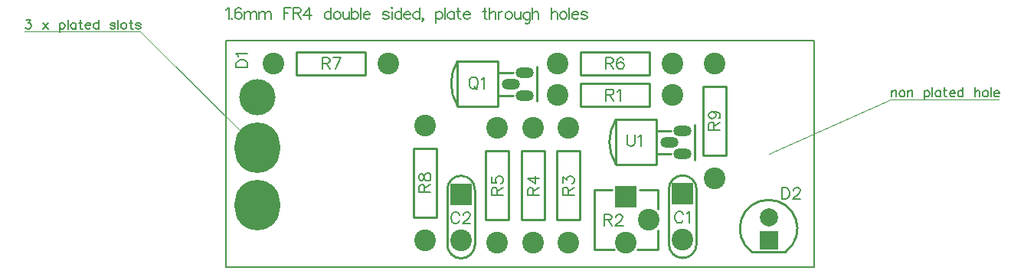
<source format=gbr>
G04 DipTrace 3.3.1.3*
G04 crowbar-revA-TopAssy.gbr*
%MOMM*%
G04 #@! TF.FileFunction,Drawing,Top*
G04 #@! TF.Part,Single*
%ADD10C,0.254*%
%ADD11C,0.1524*%
%ADD13C,0.0381*%
G04 #@! TA.AperFunction,ComponentPad*
%ADD19C,2.4*%
%ADD20R,2.4X2.4*%
%ADD21C,4.0*%
%ADD22O,5.0X5.6*%
%ADD23C,2.0*%
%ADD24R,2.0X2.0*%
%ADD25O,2.0X1.2*%
%ADD26C,2.4*%
%ADD50C,0.19608*%
%ADD52C,0.13889*%
%ADD53C,0.15686*%
%FSLAX35Y35*%
G04*
G71*
G90*
G75*
G01*
G04 TopAssy*
%LPD*%
X5202400Y858495D2*
D10*
Y249505D1*
X4897600Y858495D2*
Y249505D1*
G03X5202400Y249505I152400J-304D01*
G01*
Y858495D2*
G03X4897600Y858495I-152400J304D01*
G01*
D19*
X5050000Y300000D3*
D20*
Y808000D3*
X2752400Y854495D2*
D10*
Y245505D1*
X2447600Y854495D2*
Y245505D1*
G03X2752400Y245505I152400J-304D01*
G01*
Y854495D2*
G03X2447600Y854495I-152400J304D01*
G01*
D19*
X2600000Y296000D3*
D20*
Y804000D3*
D21*
X349976Y1880000D3*
D22*
Y680000D3*
Y1320000D3*
X6190342Y169017D2*
D10*
X5809658D1*
X6191104Y169588D2*
G03X5808896Y169588I-191104J253481D01*
G01*
D23*
X6000000Y550000D3*
D24*
Y296000D3*
X2559961Y1783000D2*
D10*
G02X2559961Y2273000I393378J245000D01*
G01*
X3434995Y2215100D2*
Y1830900D1*
X2559961Y1773000D2*
X3010000D1*
Y2273000D1*
X2559961D1*
Y1773000D1*
X3173024Y1896000D2*
X3010000D1*
X3173024Y2150000D2*
X3010000D1*
D25*
X3300013Y1896000D3*
X3150013Y2023000D3*
X3300013Y2150000D3*
X4681275Y1773000D2*
D10*
X3918725D1*
Y2027000D2*
Y1773000D1*
X4681275Y2027000D2*
X3918725D1*
X4681275D2*
Y1773000D1*
D19*
X3665000Y1900000D3*
D26*
X4935000D3*
X4570003Y850018D2*
D10*
X4774979D1*
Y639979D1*
Y400021D2*
Y189982D1*
X4550004D1*
X4290012D2*
X4075000D1*
Y509977D1*
Y850018D1*
X4270012D1*
D20*
X4423000Y774000D3*
D26*
X4677000Y520000D3*
X4423000Y266000D3*
X3912000Y1281275D2*
D10*
Y518725D1*
X3658000D2*
X3912000D1*
X3658000Y1281275D2*
Y518725D1*
Y1281275D2*
X3912000D1*
D19*
X3785000Y265000D3*
D26*
Y1535000D3*
X3273000Y518725D2*
D10*
Y1281275D1*
X3527000D2*
X3273000D1*
X3527000Y518725D2*
Y1281275D1*
Y518725D2*
X3273000D1*
D19*
X3400000Y1535000D3*
D26*
Y265000D3*
X3127000Y1281275D2*
D10*
Y518725D1*
X2873000D2*
X3127000D1*
X2873000Y1281275D2*
Y518725D1*
Y1281275D2*
X3127000D1*
D19*
X3000000Y265000D3*
D26*
Y1535000D3*
X3918725Y2377000D2*
D10*
X4681275D1*
Y2123000D2*
Y2377000D1*
X3918725Y2123000D2*
X4681275D1*
X3918725D2*
Y2377000D1*
D19*
X4935000Y2250000D3*
D26*
X3665000D3*
X778725Y2377000D2*
D10*
X1541275D1*
Y2123000D2*
Y2377000D1*
X778725Y2123000D2*
X1541275D1*
X778725D2*
Y2377000D1*
D19*
X1795000Y2250000D3*
D26*
X525000D3*
X2327000Y1311275D2*
D10*
Y548725D1*
X2073000D2*
X2327000D1*
X2073000Y1311275D2*
Y548725D1*
Y1311275D2*
X2327000D1*
D19*
X2200000Y295000D3*
D26*
Y1565000D3*
X5273000Y1233725D2*
D10*
Y1996275D1*
X5527000D2*
X5273000D1*
X5527000Y1233725D2*
Y1996275D1*
Y1233725D2*
X5273000D1*
D19*
X5400000Y2250000D3*
D26*
Y980000D3*
X4309961Y1137000D2*
D10*
G02X4309961Y1627000I393378J245000D01*
G01*
X5184995Y1569100D2*
Y1184900D1*
X4309961Y1127000D2*
X4760000D1*
Y1627000D1*
X4309961D1*
Y1127000D1*
X4923024Y1250000D2*
X4760000D1*
X4923024Y1504000D2*
X4760000D1*
D25*
X5050013Y1250000D3*
X4900013Y1377000D3*
X5050013Y1504000D3*
X6000000Y1250000D2*
D13*
X7350000Y1850000D1*
X8541228D1*
X349976Y1320000D2*
X-950000Y2600000D1*
X-2225385D1*
X7357843Y1949074D2*
D53*
Y1881015D1*
Y1929645D2*
X7372443Y1944245D1*
X7382214Y1949074D1*
X7396702D1*
X7406472Y1944245D1*
X7411302Y1929645D1*
Y1881015D1*
X7466933Y1949074D2*
X7457274Y1944245D1*
X7447503Y1934474D1*
X7442674Y1919874D1*
Y1910215D1*
X7447503Y1895615D1*
X7457274Y1885957D1*
X7466933Y1881015D1*
X7481533D1*
X7491303Y1885957D1*
X7500962Y1895615D1*
X7505903Y1910215D1*
Y1919874D1*
X7500962Y1934474D1*
X7491303Y1944245D1*
X7481533Y1949074D1*
X7466933D1*
X7537276D2*
Y1881015D1*
Y1929645D2*
X7551876Y1944245D1*
X7561647Y1949074D1*
X7576134D1*
X7585905Y1944245D1*
X7590734Y1929645D1*
Y1881015D1*
X7720864Y1949074D2*
Y1846986D1*
Y1934474D2*
X7730635Y1944132D1*
X7740293Y1949074D1*
X7754893D1*
X7764664Y1944132D1*
X7774323Y1934474D1*
X7779264Y1919874D1*
Y1910103D1*
X7774323Y1895615D1*
X7764664Y1885845D1*
X7754893Y1881015D1*
X7740293D1*
X7730635Y1885845D1*
X7720864Y1895615D1*
X7810637Y1983103D2*
Y1881015D1*
X7900297Y1949074D2*
Y1881015D1*
Y1934474D2*
X7890638Y1944245D1*
X7880868Y1949074D1*
X7866380D1*
X7856609Y1944245D1*
X7846951Y1934474D1*
X7842009Y1919874D1*
Y1910215D1*
X7846951Y1895615D1*
X7856609Y1885957D1*
X7866380Y1881015D1*
X7880868D1*
X7890638Y1885957D1*
X7900297Y1895615D1*
X7946269Y1983103D2*
Y1900445D1*
X7951099Y1885957D1*
X7960869Y1881015D1*
X7970528D1*
X7931669Y1949074D2*
X7965699D1*
X8001900Y1919874D2*
X8060188D1*
Y1929645D1*
X8055359Y1939415D1*
X8050530Y1944245D1*
X8040759Y1949074D1*
X8026159D1*
X8016500Y1944245D1*
X8006730Y1934474D1*
X8001900Y1919874D1*
Y1910215D1*
X8006730Y1895615D1*
X8016500Y1885957D1*
X8026159Y1881015D1*
X8040759D1*
X8050530Y1885957D1*
X8060188Y1895615D1*
X8149848Y1983103D2*
Y1881015D1*
Y1934474D2*
X8140190Y1944245D1*
X8130419Y1949074D1*
X8115819D1*
X8106161Y1944245D1*
X8096390Y1934474D1*
X8091561Y1919874D1*
Y1910215D1*
X8096390Y1895615D1*
X8106161Y1885957D1*
X8115819Y1881015D1*
X8130419D1*
X8140190Y1885957D1*
X8149848Y1895615D1*
X8279978Y1983103D2*
Y1881015D1*
Y1929645D2*
X8294578Y1944245D1*
X8304349Y1949074D1*
X8318949D1*
X8328607Y1944245D1*
X8333437Y1929645D1*
Y1881015D1*
X8389068Y1949074D2*
X8379409Y1944245D1*
X8369638Y1934474D1*
X8364809Y1919874D1*
Y1910215D1*
X8369638Y1895615D1*
X8379409Y1885957D1*
X8389068Y1881015D1*
X8403668D1*
X8413438Y1885957D1*
X8423097Y1895615D1*
X8428038Y1910215D1*
Y1919874D1*
X8423097Y1934474D1*
X8413438Y1944245D1*
X8403668Y1949074D1*
X8389068D1*
X8459411Y1983103D2*
Y1881015D1*
X8490783Y1919874D2*
X8549071D1*
Y1929645D1*
X8544242Y1939415D1*
X8539413Y1944245D1*
X8529642Y1949074D1*
X8515042D1*
X8505383Y1944245D1*
X8495613Y1934474D1*
X8490783Y1919874D1*
Y1910215D1*
X8495613Y1895615D1*
X8505383Y1885957D1*
X8515042Y1881015D1*
X8529642D1*
X8539413Y1885957D1*
X8549071Y1895615D1*
X-2207771Y2732991D2*
X-2154425D1*
X-2183513Y2694132D1*
X-2168913D1*
X-2159254Y2689303D1*
X-2154425Y2684474D1*
X-2149484Y2669874D1*
Y2660215D1*
X-2154425Y2645615D1*
X-2164084Y2635845D1*
X-2178684Y2631015D1*
X-2193284D1*
X-2207771Y2635845D1*
X-2212600Y2640786D1*
X-2217542Y2650445D1*
X-2019354Y2699074D2*
X-1965895Y2631015D1*
Y2699074D2*
X-2019354Y2631015D1*
X-1835766Y2699074D2*
Y2596986D1*
Y2684474D2*
X-1825995Y2694132D1*
X-1816336Y2699074D1*
X-1801736D1*
X-1791966Y2694132D1*
X-1782307Y2684474D1*
X-1777366Y2669874D1*
Y2660103D1*
X-1782307Y2645615D1*
X-1791966Y2635845D1*
X-1801736Y2631015D1*
X-1816336D1*
X-1825995Y2635845D1*
X-1835766Y2645615D1*
X-1745993Y2733103D2*
Y2631015D1*
X-1656333Y2699074D2*
Y2631015D1*
Y2684474D2*
X-1665991Y2694245D1*
X-1675762Y2699074D1*
X-1690250D1*
X-1700021Y2694245D1*
X-1709679Y2684474D1*
X-1714621Y2669874D1*
Y2660215D1*
X-1709679Y2645615D1*
X-1700021Y2635957D1*
X-1690250Y2631015D1*
X-1675762D1*
X-1665991Y2635957D1*
X-1656333Y2645615D1*
X-1610360Y2733103D2*
Y2650445D1*
X-1605531Y2635957D1*
X-1595760Y2631015D1*
X-1586102D1*
X-1624960Y2699074D2*
X-1590931D1*
X-1554729Y2669874D2*
X-1496442D1*
Y2679645D1*
X-1501271Y2689415D1*
X-1506100Y2694245D1*
X-1515871Y2699074D1*
X-1530471D1*
X-1540129Y2694245D1*
X-1549900Y2684474D1*
X-1554729Y2669874D1*
Y2660215D1*
X-1549900Y2645615D1*
X-1540129Y2635957D1*
X-1530471Y2631015D1*
X-1515871D1*
X-1506100Y2635957D1*
X-1496442Y2645615D1*
X-1406781Y2733103D2*
Y2631015D1*
Y2684474D2*
X-1416440Y2694245D1*
X-1426211Y2699074D1*
X-1440811D1*
X-1450469Y2694245D1*
X-1460240Y2684474D1*
X-1465069Y2669874D1*
Y2660215D1*
X-1460240Y2645615D1*
X-1450469Y2635957D1*
X-1440811Y2631015D1*
X-1426211D1*
X-1416440Y2635957D1*
X-1406781Y2645615D1*
X-1223193Y2684474D2*
X-1228022Y2694245D1*
X-1242622Y2699074D1*
X-1257222D1*
X-1271822Y2694245D1*
X-1276652Y2684474D1*
X-1271822Y2674815D1*
X-1262052Y2669874D1*
X-1237793Y2665045D1*
X-1228022Y2660215D1*
X-1223193Y2650445D1*
Y2645615D1*
X-1228022Y2635957D1*
X-1242622Y2631015D1*
X-1257222D1*
X-1271822Y2635957D1*
X-1276652Y2645615D1*
X-1191821Y2733103D2*
Y2631015D1*
X-1136190Y2699074D2*
X-1145848Y2694245D1*
X-1155619Y2684474D1*
X-1160448Y2669874D1*
Y2660215D1*
X-1155619Y2645615D1*
X-1145848Y2635957D1*
X-1136190Y2631015D1*
X-1121590D1*
X-1111819Y2635957D1*
X-1102160Y2645615D1*
X-1097219Y2660215D1*
Y2669874D1*
X-1102160Y2684474D1*
X-1111819Y2694245D1*
X-1121590Y2699074D1*
X-1136190D1*
X-1051246Y2733103D2*
Y2650445D1*
X-1046417Y2635957D1*
X-1036646Y2631015D1*
X-1026988D1*
X-1065846Y2699074D2*
X-1031817D1*
X-942157Y2684474D2*
X-946986Y2694245D1*
X-961586Y2699074D1*
X-976186D1*
X-990786Y2694245D1*
X-995615Y2684474D1*
X-990786Y2674815D1*
X-981015Y2669874D1*
X-956757Y2665045D1*
X-946986Y2660215D1*
X-942157Y2650445D1*
Y2645615D1*
X-946986Y2635957D1*
X-961586Y2631015D1*
X-976186D1*
X-990786Y2635957D1*
X-995615Y2645615D1*
X5055515Y582064D2*
D50*
X5049479Y594137D1*
X5037265Y606350D1*
X5025192Y612387D1*
X5000906D1*
X4988692Y606350D1*
X4976619Y594137D1*
X4970442Y582064D1*
X4964406Y563814D1*
Y533350D1*
X4970442Y515240D1*
X4976619Y503027D1*
X4988692Y490954D1*
X5000906Y484777D1*
X5025192D1*
X5037265Y490954D1*
X5049479Y503027D1*
X5055515Y515240D1*
X5094731Y587960D2*
X5106944Y594137D1*
X5125194Y612246D1*
Y484777D1*
X2581010Y575664D2*
X2574974Y587737D1*
X2562760Y599950D1*
X2550687Y605987D1*
X2526401D1*
X2514187Y599950D1*
X2502114Y587737D1*
X2495937Y575664D1*
X2489901Y557414D1*
Y526950D1*
X2495937Y508840D1*
X2502114Y496627D1*
X2514187Y484554D1*
X2526401Y478377D1*
X2550687D1*
X2562760Y484554D1*
X2574974Y496627D1*
X2581010Y508840D1*
X2626403Y575523D2*
Y581560D1*
X2632440Y593773D1*
X2638476Y599810D1*
X2650690Y605846D1*
X2674976D1*
X2687049Y599810D1*
X2693086Y593773D1*
X2699263Y581560D1*
Y569487D1*
X2693086Y557273D1*
X2681013Y539164D1*
X2620226Y478377D1*
X2705299D1*
X113794Y2202624D2*
X241403D1*
X241404Y2245161D1*
X235227Y2263411D1*
X223154Y2275624D1*
X210940Y2281661D1*
X192831Y2287697D1*
X162367D1*
X144117Y2281661D1*
X132044Y2275624D1*
X119831Y2263411D1*
X113794Y2245161D1*
Y2202624D1*
X138221Y2326913D2*
X132044Y2339126D1*
X113934Y2357376D1*
X241404D1*
X6145318Y876503D2*
Y748894D1*
X6187854D1*
X6206104Y755071D1*
X6218318Y767144D1*
X6224354Y779357D1*
X6230391Y797467D1*
Y827930D1*
X6224354Y846180D1*
X6218318Y858253D1*
X6206104Y870467D1*
X6187854Y876503D1*
X6145318D1*
X6275784Y846040D2*
Y852076D1*
X6281820Y864290D1*
X6287857Y870326D1*
X6300070Y876363D1*
X6324357D1*
X6336430Y870326D1*
X6342466Y864290D1*
X6348643Y852076D1*
Y840003D1*
X6342466Y827790D1*
X6330393Y809680D1*
X6269607Y748894D1*
X6354680D1*
X2725467Y2098987D2*
X2713394Y2093090D1*
X2701181Y2080877D1*
X2695144Y2068664D1*
X2688967Y2050414D1*
Y2020090D1*
X2695144Y2001840D1*
X2701181Y1989767D1*
X2713394Y1977554D1*
X2725467Y1971517D1*
X2749754D1*
X2761967Y1977554D1*
X2774040Y1989767D1*
X2780077Y2001840D1*
X2786254Y2020090D1*
Y2050414D1*
X2780077Y2068664D1*
X2774040Y2080877D1*
X2761967Y2093090D1*
X2749754Y2098987D1*
X2725467D1*
X2743717Y1995804D2*
X2780077Y1959304D1*
X2825469Y2074560D2*
X2837683Y2080737D1*
X2855933Y2098846D1*
Y1971377D1*
X4202624Y1902200D2*
X4257234D1*
X4275484Y1908377D1*
X4281660Y1914414D1*
X4287697Y1926487D1*
Y1938700D1*
X4281660Y1950773D1*
X4275484Y1956950D1*
X4257234Y1962987D1*
X4202624D1*
Y1835377D1*
X4245160Y1902200D2*
X4287697Y1835377D1*
X4326913Y1938560D2*
X4339126Y1944737D1*
X4357376Y1962846D1*
Y1835377D1*
X4181319Y519200D2*
X4235929D1*
X4254179Y525377D1*
X4260356Y531414D1*
X4266392Y543487D1*
Y555700D1*
X4260356Y567773D1*
X4254179Y573950D1*
X4235929Y579987D1*
X4181319D1*
Y452377D1*
X4223856Y519200D2*
X4266392Y452377D1*
X4311785Y549523D2*
Y555560D1*
X4317821Y567773D1*
X4323858Y573810D1*
X4336071Y579846D1*
X4360358D1*
X4372431Y573810D1*
X4378467Y567773D1*
X4384644Y555560D1*
Y543487D1*
X4378467Y531273D1*
X4366394Y513164D1*
X4305608Y452377D1*
X4390681D1*
X3782800Y795319D2*
Y849929D1*
X3776623Y868179D1*
X3770587Y874356D1*
X3758514Y880392D1*
X3746300D1*
X3734227Y874356D1*
X3728050Y868179D1*
X3722013Y849929D1*
Y795319D1*
X3849623D1*
X3782800Y837856D2*
X3849623Y880392D1*
X3722154Y931822D2*
Y998504D1*
X3770727Y962145D1*
Y980394D1*
X3776764Y992468D1*
X3782800Y998504D1*
X3801050Y1004681D1*
X3813123D1*
X3831373Y998504D1*
X3843587Y986431D1*
X3849623Y968181D1*
Y949931D1*
X3843587Y931821D1*
X3837410Y925785D1*
X3825337Y919608D1*
X3397800Y792301D2*
Y846911D1*
X3391623Y865161D1*
X3385587Y871338D1*
X3373514Y877374D1*
X3361300D1*
X3349227Y871338D1*
X3343050Y865161D1*
X3337013Y846911D1*
Y792301D1*
X3464623D1*
X3397800Y834838D2*
X3464623Y877374D1*
Y977376D2*
X3337154D1*
X3422087Y916590D1*
Y1007699D1*
X2997800Y795319D2*
Y849929D1*
X2991623Y868179D1*
X2985587Y874356D1*
X2973514Y880392D1*
X2961300D1*
X2949227Y874356D1*
X2943050Y868179D1*
X2937013Y849929D1*
Y795319D1*
X3064623D1*
X2997800Y837856D2*
X3064623Y880392D1*
X2937154Y992468D2*
Y931822D1*
X2991764Y925785D1*
X2985727Y931821D1*
X2979550Y950071D1*
Y968181D1*
X2985727Y986431D1*
X2997800Y998644D1*
X3016050Y1004681D1*
X3028123D1*
X3046373Y998644D1*
X3058587Y986431D1*
X3064623Y968181D1*
Y950071D1*
X3058587Y931821D1*
X3052410Y925785D1*
X3040337Y919608D1*
X4198408Y2252200D2*
X4253017D1*
X4271267Y2258377D1*
X4277444Y2264414D1*
X4283481Y2276487D1*
Y2288700D1*
X4277444Y2300773D1*
X4271267Y2306950D1*
X4253017Y2312987D1*
X4198408D1*
Y2185377D1*
X4240944Y2252200D2*
X4283481Y2185377D1*
X4395556Y2294737D2*
X4389519Y2306810D1*
X4371269Y2312846D1*
X4359196D1*
X4340946Y2306810D1*
X4328733Y2288560D1*
X4322696Y2258237D1*
Y2227914D1*
X4328733Y2203627D1*
X4340946Y2191414D1*
X4359196Y2185377D1*
X4365233D1*
X4383342Y2191414D1*
X4395556Y2203627D1*
X4401592Y2221877D1*
Y2227914D1*
X4395556Y2246164D1*
X4383342Y2258237D1*
X4365233Y2264273D1*
X4359196D1*
X4340946Y2258237D1*
X4328733Y2246164D1*
X4322696Y2227914D1*
X1065319Y2252200D2*
X1119929D1*
X1138179Y2258377D1*
X1144356Y2264414D1*
X1150392Y2276487D1*
Y2288700D1*
X1144356Y2300773D1*
X1138179Y2306950D1*
X1119929Y2312987D1*
X1065319D1*
Y2185377D1*
X1107856Y2252200D2*
X1150392Y2185377D1*
X1213894D2*
X1274681Y2312846D1*
X1189608D1*
X2197800Y825390D2*
Y879999D1*
X2191623Y898249D1*
X2185587Y904426D1*
X2173514Y910463D1*
X2161300D1*
X2149227Y904426D1*
X2143050Y898249D1*
X2137013Y879999D1*
Y825390D1*
X2264623D1*
X2197800Y867926D2*
X2264623Y910462D1*
X2137154Y980001D2*
X2143190Y961892D1*
X2155264Y955715D1*
X2167477D1*
X2179550Y961892D1*
X2185727Y973965D1*
X2191764Y998251D1*
X2197800Y1016501D1*
X2210014Y1028574D1*
X2222087Y1034611D1*
X2240337D1*
X2252410Y1028574D1*
X2258587Y1022538D1*
X2264623Y1004288D1*
Y980001D1*
X2258587Y961892D1*
X2252410Y955715D1*
X2240337Y949678D1*
X2222087D1*
X2210014Y955715D1*
X2197800Y967928D1*
X2191764Y986038D1*
X2185727Y1010324D1*
X2179550Y1022538D1*
X2167477Y1028574D1*
X2155264D1*
X2143190Y1022538D1*
X2137154Y1004288D1*
Y980001D1*
X5397800Y1513338D2*
Y1567947D1*
X5391623Y1586197D1*
X5385587Y1592374D1*
X5373514Y1598411D1*
X5361300D1*
X5349227Y1592374D1*
X5343050Y1586197D1*
X5337013Y1567947D1*
Y1513338D1*
X5464623D1*
X5397800Y1555874D2*
X5464623Y1598411D1*
X5379550Y1716663D2*
X5397800Y1710486D1*
X5410014Y1698413D1*
X5416050Y1680163D1*
Y1674126D1*
X5410014Y1655876D1*
X5397800Y1643803D1*
X5379550Y1637626D1*
X5373514D1*
X5355264Y1643803D1*
X5343190Y1655876D1*
X5337154Y1674126D1*
Y1680163D1*
X5343190Y1698413D1*
X5355264Y1710486D1*
X5379550Y1716663D1*
X5410014D1*
X5440337Y1710486D1*
X5458587Y1698413D1*
X5464623Y1680163D1*
Y1668090D1*
X5458587Y1649840D1*
X5446373Y1643803D1*
X4435074Y1462987D2*
Y1371877D1*
X4441110Y1353627D1*
X4453324Y1341554D1*
X4471574Y1335377D1*
X4483647D1*
X4501897Y1341554D1*
X4514110Y1353627D1*
X4520147Y1371877D1*
Y1462987D1*
X4559363Y1438560D2*
X4571576Y1444737D1*
X4589826Y1462846D1*
Y1335377D1*
X1Y2842301D2*
D52*
X12215Y2848478D1*
X30465Y2866587D1*
Y2739118D1*
X64279Y2751332D2*
X58242Y2745155D1*
X64279Y2739118D1*
X70456Y2745155D1*
X64279Y2751332D1*
X171093Y2848478D2*
X165057Y2860551D1*
X146807Y2866587D1*
X134734D1*
X116484Y2860551D1*
X104270Y2842301D1*
X98234Y2811978D1*
Y2781655D1*
X104270Y2757368D1*
X116484Y2745155D1*
X134734Y2739118D1*
X140770D1*
X158880Y2745155D1*
X171093Y2757368D1*
X177130Y2775618D1*
Y2781655D1*
X171093Y2799905D1*
X158880Y2811978D1*
X140770Y2818014D1*
X134734D1*
X116484Y2811978D1*
X104270Y2799905D1*
X98234Y2781655D1*
X204908Y2824191D2*
Y2739118D1*
Y2799905D2*
X223158Y2818155D1*
X235371Y2824191D1*
X253481D1*
X265694Y2818155D1*
X271731Y2799905D1*
Y2739118D1*
Y2799905D2*
X289981Y2818155D1*
X302194Y2824191D1*
X320304D1*
X332517Y2818155D1*
X338694Y2799905D1*
Y2739118D1*
X366472Y2824191D2*
Y2739118D1*
Y2799905D2*
X384722Y2818155D1*
X396935Y2824191D1*
X415045D1*
X427258Y2818155D1*
X433295Y2799905D1*
Y2739118D1*
Y2799905D2*
X451545Y2818155D1*
X463758Y2824191D1*
X481868D1*
X494081Y2818155D1*
X500258Y2799905D1*
Y2739118D1*
X719081Y2866728D2*
X640045D1*
Y2739118D1*
Y2805941D2*
X688618D1*
X746859D2*
X801469D1*
X819719Y2812118D1*
X825896Y2818155D1*
X831932Y2830228D1*
Y2842441D1*
X825896Y2854514D1*
X819719Y2860691D1*
X801469Y2866728D1*
X746859D1*
Y2739118D1*
X789396Y2805941D2*
X831932Y2739118D1*
X920496D2*
Y2866587D1*
X859710Y2781655D1*
X950819D1*
X1163465Y2866728D2*
Y2739118D1*
Y2805941D2*
X1151392Y2818155D1*
X1139179Y2824191D1*
X1120929D1*
X1108856Y2818155D1*
X1096642Y2805941D1*
X1090606Y2787691D1*
Y2775618D1*
X1096642Y2757368D1*
X1108856Y2745295D1*
X1120929Y2739118D1*
X1139179D1*
X1151392Y2745295D1*
X1163465Y2757368D1*
X1221566Y2824191D2*
X1209493Y2818155D1*
X1197280Y2805941D1*
X1191243Y2787691D1*
Y2775618D1*
X1197280Y2757368D1*
X1209493Y2745295D1*
X1221566Y2739118D1*
X1239816D1*
X1252030Y2745295D1*
X1264103Y2757368D1*
X1270280Y2775618D1*
Y2787691D1*
X1264103Y2805941D1*
X1252030Y2818155D1*
X1239816Y2824191D1*
X1221566D1*
X1298058D2*
Y2763405D1*
X1304094Y2745295D1*
X1316308Y2739118D1*
X1334558D1*
X1346631Y2745295D1*
X1364881Y2763405D1*
Y2824191D2*
Y2739118D1*
X1392658Y2866728D2*
Y2739118D1*
Y2805941D2*
X1404872Y2818155D1*
X1416945Y2824191D1*
X1435195D1*
X1447268Y2818155D1*
X1459481Y2805941D1*
X1465518Y2787691D1*
Y2775618D1*
X1459481Y2757368D1*
X1447268Y2745295D1*
X1435195Y2739118D1*
X1416945D1*
X1404872Y2745295D1*
X1392658Y2757368D1*
X1493296Y2866728D2*
Y2739118D1*
X1521074Y2787691D2*
X1593933D1*
Y2799905D1*
X1587897Y2812118D1*
X1581860Y2818155D1*
X1569647Y2824191D1*
X1551397D1*
X1539324Y2818155D1*
X1527110Y2805941D1*
X1521074Y2787691D1*
Y2775618D1*
X1527110Y2757368D1*
X1539324Y2745295D1*
X1551397Y2739118D1*
X1569647D1*
X1581860Y2745295D1*
X1593933Y2757368D1*
X1800543Y2805941D2*
X1794506Y2818155D1*
X1776256Y2824191D1*
X1758006D1*
X1739756Y2818155D1*
X1733719Y2805941D1*
X1739756Y2793868D1*
X1751969Y2787691D1*
X1782293Y2781655D1*
X1794506Y2775618D1*
X1800543Y2763405D1*
Y2757368D1*
X1794506Y2745295D1*
X1776256Y2739118D1*
X1758006D1*
X1739756Y2745295D1*
X1733719Y2757368D1*
X1828320Y2866728D2*
X1834357Y2860691D1*
X1840534Y2866728D1*
X1834357Y2872905D1*
X1828320Y2866728D1*
X1834357Y2824191D2*
Y2739118D1*
X1941171Y2866728D2*
Y2739118D1*
Y2805941D2*
X1929098Y2818155D1*
X1916885Y2824191D1*
X1898635D1*
X1886562Y2818155D1*
X1874348Y2805941D1*
X1868312Y2787691D1*
Y2775618D1*
X1874348Y2757368D1*
X1886562Y2745295D1*
X1898635Y2739118D1*
X1916885D1*
X1929098Y2745295D1*
X1941171Y2757368D1*
X1968949Y2787691D2*
X2041809D1*
Y2799905D1*
X2035772Y2812118D1*
X2029736Y2818155D1*
X2017522Y2824191D1*
X1999272D1*
X1987199Y2818155D1*
X1974986Y2805941D1*
X1968949Y2787691D1*
Y2775618D1*
X1974986Y2757368D1*
X1987199Y2745295D1*
X1999272Y2739118D1*
X2017522D1*
X2029736Y2745295D1*
X2041809Y2757368D1*
X2142446Y2866728D2*
Y2739118D1*
Y2805941D2*
X2130373Y2818155D1*
X2118159Y2824191D1*
X2099909D1*
X2087836Y2818155D1*
X2075623Y2805941D1*
X2069586Y2787691D1*
Y2775618D1*
X2075623Y2757368D1*
X2087836Y2745295D1*
X2099909Y2739118D1*
X2118159D1*
X2130373Y2745295D1*
X2142446Y2757368D1*
X2182437Y2745155D2*
X2176260Y2739118D1*
X2170224Y2745155D1*
X2176260Y2751332D1*
X2182437Y2745155D1*
Y2733082D1*
X2176260Y2720868D1*
X2170224Y2714832D1*
X2322224Y2824191D2*
Y2696582D1*
Y2805941D2*
X2334437Y2818014D1*
X2346510Y2824191D1*
X2364760D1*
X2376974Y2818014D1*
X2389047Y2805941D1*
X2395224Y2787691D1*
Y2775478D1*
X2389047Y2757368D1*
X2376974Y2745155D1*
X2364760Y2739118D1*
X2346510D1*
X2334437Y2745155D1*
X2322224Y2757368D1*
X2423001Y2866728D2*
Y2739118D1*
X2523639Y2824191D2*
Y2739118D1*
Y2805941D2*
X2511566Y2818155D1*
X2499352Y2824191D1*
X2481243D1*
X2469029Y2818155D1*
X2456956Y2805941D1*
X2450779Y2787691D1*
Y2775618D1*
X2456956Y2757368D1*
X2469029Y2745295D1*
X2481243Y2739118D1*
X2499352D1*
X2511566Y2745295D1*
X2523639Y2757368D1*
X2569666Y2866728D2*
Y2763405D1*
X2575703Y2745295D1*
X2587916Y2739118D1*
X2599990D1*
X2551416Y2824191D2*
X2593953D1*
X2627767Y2787691D2*
X2700627D1*
Y2799905D1*
X2694590Y2812118D1*
X2688554Y2818155D1*
X2676340Y2824191D1*
X2658090D1*
X2646017Y2818155D1*
X2633804Y2805941D1*
X2627767Y2787691D1*
Y2775618D1*
X2633804Y2757368D1*
X2646017Y2745295D1*
X2658090Y2739118D1*
X2676340D1*
X2688554Y2745295D1*
X2700627Y2757368D1*
X2858663Y2866728D2*
Y2763405D1*
X2864700Y2745295D1*
X2876913Y2739118D1*
X2888986D1*
X2840413Y2824191D2*
X2882950D1*
X2916764Y2866728D2*
Y2739118D1*
Y2799905D2*
X2935014Y2818155D1*
X2947228Y2824191D1*
X2965478D1*
X2977551Y2818155D1*
X2983587Y2799905D1*
Y2739118D1*
X3011365Y2824191D2*
Y2739118D1*
Y2787691D2*
X3017542Y2805941D1*
X3029615Y2818155D1*
X3041828Y2824191D1*
X3060078D1*
X3118179D2*
X3106106Y2818155D1*
X3093893Y2805941D1*
X3087856Y2787691D1*
Y2775618D1*
X3093893Y2757368D1*
X3106106Y2745295D1*
X3118179Y2739118D1*
X3136429D1*
X3148643Y2745295D1*
X3160716Y2757368D1*
X3166893Y2775618D1*
Y2787691D1*
X3160716Y2805941D1*
X3148643Y2818155D1*
X3136429Y2824191D1*
X3118179D1*
X3194671D2*
Y2763405D1*
X3200707Y2745295D1*
X3212921Y2739118D1*
X3231171D1*
X3243244Y2745295D1*
X3261494Y2763405D1*
Y2824191D2*
Y2739118D1*
X3362131Y2818155D2*
Y2720868D1*
X3356094Y2702759D1*
X3350058Y2696582D1*
X3337844Y2690545D1*
X3319594D1*
X3307521Y2696582D1*
X3362131Y2799905D2*
X3350058Y2811978D1*
X3337844Y2818155D1*
X3319594D1*
X3307521Y2811978D1*
X3295308Y2799905D1*
X3289271Y2781655D1*
Y2769441D1*
X3295308Y2751332D1*
X3307521Y2739118D1*
X3319594Y2733082D1*
X3337844D1*
X3350058Y2739118D1*
X3362131Y2751332D1*
X3389909Y2866728D2*
Y2739118D1*
Y2799905D2*
X3408159Y2818155D1*
X3420372Y2824191D1*
X3438622D1*
X3450695Y2818155D1*
X3456732Y2799905D1*
Y2739118D1*
X3596518Y2866728D2*
Y2739118D1*
Y2799905D2*
X3614768Y2818155D1*
X3626982Y2824191D1*
X3645232D1*
X3657305Y2818155D1*
X3663341Y2799905D1*
Y2739118D1*
X3721442Y2824191D2*
X3709369Y2818155D1*
X3697156Y2805941D1*
X3691119Y2787691D1*
Y2775618D1*
X3697156Y2757368D1*
X3709369Y2745295D1*
X3721442Y2739118D1*
X3739692D1*
X3751906Y2745295D1*
X3763979Y2757368D1*
X3770156Y2775618D1*
Y2787691D1*
X3763979Y2805941D1*
X3751906Y2818155D1*
X3739692Y2824191D1*
X3721442D1*
X3797933Y2866728D2*
Y2739118D1*
X3825711Y2787691D2*
X3898571D1*
Y2799905D1*
X3892534Y2812118D1*
X3886498Y2818155D1*
X3874284Y2824191D1*
X3856034D1*
X3843961Y2818155D1*
X3831748Y2805941D1*
X3825711Y2787691D1*
Y2775618D1*
X3831748Y2757368D1*
X3843961Y2745295D1*
X3856034Y2739118D1*
X3874284D1*
X3886498Y2745295D1*
X3898571Y2757368D1*
X3993172Y2805941D2*
X3987135Y2818155D1*
X3968885Y2824191D1*
X3950635D1*
X3932385Y2818155D1*
X3926349Y2805941D1*
X3932385Y2793868D1*
X3944599Y2787691D1*
X3974922Y2781655D1*
X3987135Y2775618D1*
X3993172Y2763405D1*
Y2757368D1*
X3987135Y2745295D1*
X3968885Y2739118D1*
X3950635D1*
X3932385Y2745295D1*
X3926349Y2757368D1*
X0Y0D2*
D11*
Y2500000D1*
X6500000D1*
Y0D1*
X0D1*
M02*

</source>
